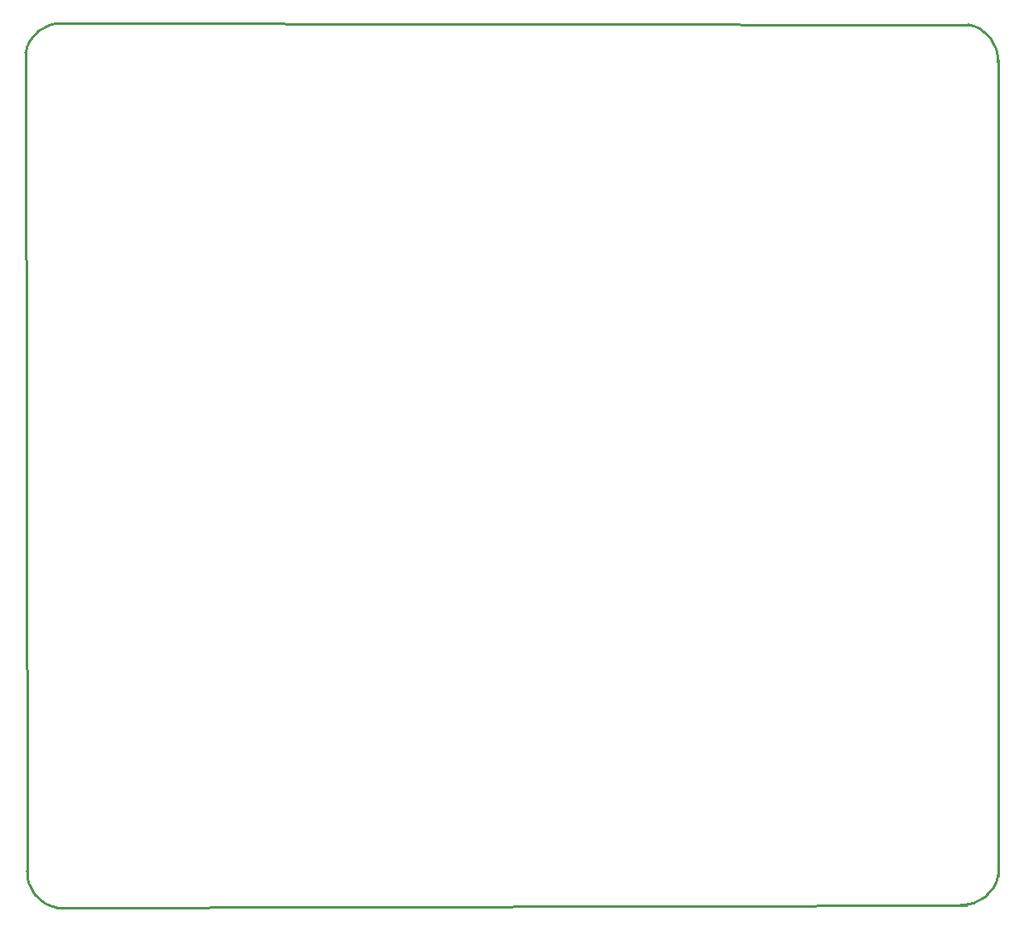
<source format=gko>
G04*
G04 #@! TF.GenerationSoftware,Altium Limited,Altium Designer,22.5.1 (42)*
G04*
G04 Layer_Color=16711935*
%FSLAX44Y44*%
%MOMM*%
G71*
G04*
G04 #@! TF.SameCoordinates,9AAE9822-52E9-4CA5-9BA1-C6C8D3A4EDC0*
G04*
G04*
G04 #@! TF.FilePolarity,Positive*
G04*
G01*
G75*
%ADD13C,0.2540*%
D13*
X969825Y713771D02*
G03*
X939800Y751840I-36039J2451D01*
G01*
X15240Y753110D02*
G03*
X-22829Y723085I-2451J-36039D01*
G01*
X932215Y-146839D02*
G03*
X970280Y-116840I2451J36039D01*
G01*
X-21135Y-111791D02*
G03*
X8890Y-149860I36039J-2451D01*
G01*
X11430Y753110D02*
X941070Y751840D01*
X8890Y-149860D02*
X938530Y-147320D01*
X970279Y-118110D02*
X970280Y716280D01*
X-22860Y722630D02*
X-21336Y-114300D01*
M02*

</source>
